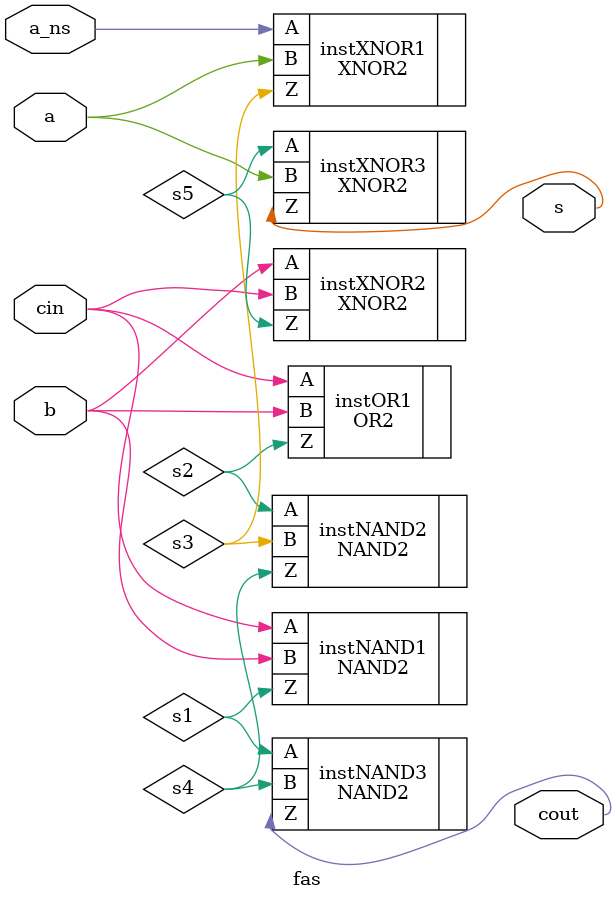
<source format=sv>
module fas (
    input logic a,           // Input bit a
    input logic b,           // Input bit b
    input logic cin,         // Carry in
    input logic a_ns,        // A_nS (add/not subtract) control
    output logic s,          // Output S
    output logic cout        // Carry out
);

logic s1;
logic s2;
logic s3;
logic s4;
logic s5;

NAND2#(.Tpdlh(10), .Tpdhl(10)) instNAND1 (.Z(s1), .A(cin), .B(b));
OR2#(.Tpdlh(7), .Tpdhl(7)) instOR1 (.Z(s2), .A(cin), .B(b));
XNOR2#(.Tpdlh(9), .Tpdhl(9)) instXNOR1 (.Z(s3), .A(a_ns), .B(a));
NAND2#(.Tpdlh(10), .Tpdhl(10)) instNAND2 (.Z(s4), .A(s2), .B(s3));
NAND2#(.Tpdlh(10), .Tpdhl(10)) instNAND3 (.Z(cout), .A(s1), .B(s4));
XNOR2#(.Tpdlh(9), .Tpdhl(9)) instXNOR2 (.Z(s5), .A(b), .B(cin));
XNOR2#(.Tpdlh(9), .Tpdhl(9)) instXNOR3 (.Z(s), .A(s5), .B(a));

// End of your code

endmodule

</source>
